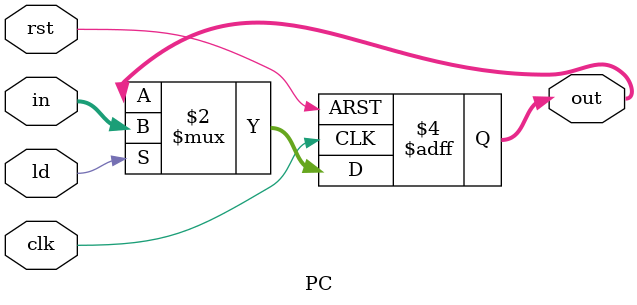
<source format=v>
module PC(input[4:0] in, input clk, rst, ld, output reg [4:0] out);
    always @(posedge clk, posedge rst)begin
        if(rst) out = 5'b0;   
        else if (ld) out <= in;
    end
endmodule
</source>
